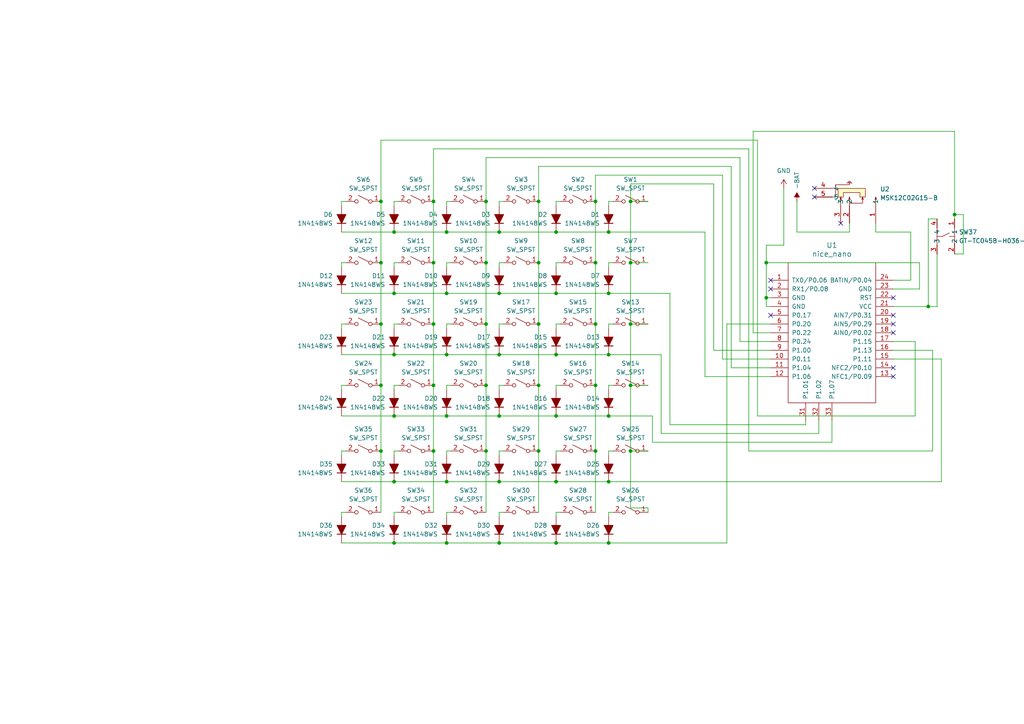
<source format=kicad_sch>
(kicad_sch (version 20250114) (generator "eeschema") (generator_version "9.0")
  (paper "A4")
  (lib_symbols
    (symbol "Nice!Nano:nice_nano" (pin_names (offset 1.016))
      (property "Reference" "U" (at 0 0 0))
      (property "Value" "nice_nano" (at 0 2.54 0))
      (symbol "nice_nano_1_1"
        (pin input line (at -17.78 13.97 0) (length 5.08) (name "TX0/P0.06") (number "1"))
        (pin input line (at -17.78 11.43 0) (length 5.08) (name "RX1/P0.08") (number "2"))
        (pin input line (at -17.78 8.89 0) (length 5.08) (name "GND") (number "3"))
        (pin input line (at -17.78 6.35 0) (length 5.08) (name "GND") (number "4"))
        (pin input line (at -17.78 3.81 0) (length 5.08) (name "P0.17") (number "5"))
        (pin input line (at -17.78 1.27 0) (length 5.08) (name "P0.20") (number "6"))
        (pin input line (at -17.78 -1.27 0) (length 5.08) (name "P0.22") (number "7"))
        (pin input line (at -17.78 -3.81 0) (length 5.08) (name "P0.24") (number "8"))
        (pin input line (at -17.78 -6.35 0) (length 5.08) (name "P1.00") (number "9"))
        (pin input line (at -17.78 -8.89 0) (length 5.08) (name "P0.11") (number "10"))
        (pin input line (at -17.78 -11.43 0) (length 5.08) (name "P1.04") (number "11"))
        (pin input line (at -17.78 -13.97 0) (length 5.08) (name "P1.06") (number "12"))
        (pin input line (at -7.62 -26.67 90) (length 5.08) (name "P1.01") (number "31"))
        (pin input line (at -3.81 -26.67 90) (length 5.08) (name "P1.02") (number "32"))
        (pin input line (at 0 -26.67 90) (length 5.08) (name "P1.07") (number "33"))
        (pin input line (at 17.78 13.97 180) (length 5.08) (name "BATIN/P0.04") (number "24"))
        (pin input line (at 17.78 11.43 180) (length 5.08) (name "GND") (number "23"))
        (pin input line (at 17.78 8.89 180) (length 5.08) (name "RST") (number "22"))
        (pin input line (at 17.78 6.35 180) (length 5.08) (name "VCC") (number "21"))
        (pin input line (at 17.78 3.81 180) (length 5.08) (name "AIN7/P0.31") (number "20"))
        (pin input line (at 17.78 1.27 180) (length 5.08) (name "AIN5/P0.29") (number "19"))
        (pin input line (at 17.78 -1.27 180) (length 5.08) (name "AIN0/P0.02") (number "18"))
        (pin input line (at 17.78 -3.81 180) (length 5.08) (name "P1.15") (number "17"))
        (pin input line (at 17.78 -6.35 180) (length 5.08) (name "P1.13") (number "16"))
        (pin input line (at 17.78 -8.89 180) (length 5.08) (name "P1.11") (number "15"))
        (pin input line (at 17.78 -11.43 180) (length 5.08) (name "NFC2/P0.10") (number "14"))
        (pin input line (at 17.78 -13.97 180) (length 5.08) (name "NFC1/P0.09") (number "13"))
      )
    )
    (symbol "PCM_Diode_AKL:1N4148WS" (pin_numbers (hide yes)) (pin_names (offset 1.016) (hide yes))
      (property "Reference" "D" (at 0 5.08 0))
      (property "Value" "1N4148WS" (at 0 2.54 0))
      (symbol "1N4148WS_1_1"
        (pin passive line (at -3.81 0 0) (length 2.54) (name "A") (number "2"))
        (pin passive line (at 3.81 0 180) (length 2.54) (name "K") (number "1"))
      )
      (symbol "1N4148WS_1_2"
        (pin passive line (at -2.54 -2.54 0) (length 0) (name "A") (number "2"))
        (pin passive line (at 2.54 2.54 180) (length 0) (name "K") (number "1"))
      )
    )
    (symbol "Switch:SW_SPST" (pin_names (offset 0) (hide yes))
      (property "Reference" "SW" (at 0 3.175 0))
      (property "Value" "SW_SPST" (at 0 -2.54 0))
      (symbol "SW_SPST_1_1"
        (pin passive line (at -5.08 0 0) (length 2.54) (name "A") (number "1"))
        (pin passive line (at 5.08 0 180) (length 2.54) (name "B") (number "2"))
      )
    )
    (symbol "easyeda2kicad:GT-TC045B-H036-L1A"
      (property "Reference" "SW" (at 0 7.62 0))
      (property "Value" "GT-TC045B-H036-L1A" (at 0 -7.62 0))
      (symbol "GT-TC045B-H036-L1A_0_1"
        (pin unspecified line (at -5.08 2.54 0) (length 2.54) (name "1") (number "1"))
        (pin unspecified line (at -5.08 -2.54 0) (length 2.54) (name "4") (number "4"))
        (pin unspecified line (at 5.08 2.54 180) (length 2.54) (name "2") (number "2"))
        (pin unspecified line (at 5.08 -2.54 180) (length 2.54) (name "3") (number "3"))
      )
    )
    (symbol "easyeda2kicad:MSK12C02G15-B"
      (property "Reference" "U" (at 0 10.16 0))
      (property "Value" "MSK12C02G15-B" (at 0 -10.16 0))
      (symbol "MSK12C02G15-B_0_1"
        (pin unspecified line (at -7.62 5.08 270) (length 5.08) (name "1") (number "1"))
        (pin unspecified line (at 0 5.08 270) (length 5.08) (name "2") (number "2"))
        (pin unspecified line (at 2.54 5.08 270) (length 5.08) (name "3") (number "3"))
        (pin unspecified line (at 10.16 -2.54 180) (length 5.08) (name "5") (number "5"))
        (pin unspecified line (at 10.16 -5.08 180) (length 5.08) (name "4") (number "4"))
      )
    )
    (symbol "power:+BATT" (power) (pin_numbers (hide yes)) (pin_names (offset 0) (hide yes))
      (property "Value" "+BATT" (at 0 3.556 0))
      (symbol "+BATT_1_1"
        (pin power_in line (at 0 0 90) (length 0) (name "~") (number "1"))
      )
    )
    (symbol "power:-BATT" (power) (pin_numbers (hide yes)) (pin_names (offset 0) (hide yes))
      (property "Value" "-BATT" (at 0 3.556 0))
      (symbol "-BATT_1_1"
        (pin power_in line (at 0 0 90) (length 0) (name "~") (number "1"))
      )
    )
  )
  (junction (at 269.24 88.9))
  (junction (at 125.73 76.2))
  (junction (at 172.72 130.81))
  (junction (at 129.54 67.31))
  (junction (at 114.3 67.31))
  (junction (at 110.49 76.2))
  (junction (at 182.88 76.2))
  (junction (at 144.78 157.48))
  (junction (at 140.97 130.81))
  (junction (at 129.54 120.65))
  (junction (at 172.72 76.2))
  (junction (at 276.86 62.23))
  (junction (at 110.49 130.81))
  (junction (at 161.29 102.87))
  (junction (at 176.53 139.7))
  (junction (at 172.72 111.76))
  (junction (at 114.3 85.09))
  (junction (at 144.78 67.31))
  (junction (at 182.88 93.98))
  (junction (at 110.49 58.42))
  (junction (at 140.97 111.76))
  (junction (at 125.73 111.76))
  (junction (at 125.73 130.81))
  (junction (at 161.29 157.48))
  (junction (at 110.49 93.98))
  (junction (at 172.72 58.42))
  (junction (at 125.73 58.42))
  (junction (at 161.29 85.09))
  (junction (at 144.78 85.09))
  (junction (at 182.88 58.42))
  (junction (at 114.3 139.7))
  (junction (at 129.54 102.87))
  (junction (at 110.49 111.76))
  (junction (at 176.53 67.31))
  (junction (at 161.29 67.31))
  (junction (at 140.97 76.2))
  (junction (at 144.78 120.65))
  (junction (at 129.54 139.7))
  (junction (at 129.54 85.09))
  (junction (at 156.21 76.2))
  (junction (at 114.3 120.65))
  (junction (at 176.53 157.48))
  (junction (at 182.88 130.81))
  (junction (at 140.97 58.42))
  (junction (at 222.25 86.36))
  (junction (at 156.21 58.42))
  (junction (at 176.53 120.65))
  (junction (at 161.29 120.65))
  (junction (at 176.53 85.09))
  (junction (at 144.78 139.7))
  (junction (at 161.29 139.7))
  (junction (at 156.21 93.98))
  (junction (at 129.54 157.48))
  (junction (at 222.25 76.2))
  (junction (at 182.88 111.76))
  (junction (at 125.73 93.98))
  (junction (at 156.21 111.76))
  (junction (at 114.3 157.48))
  (junction (at 156.21 130.81))
  (junction (at 176.53 102.87))
  (junction (at 172.72 93.98))
  (junction (at 144.78 102.87))
  (junction (at 140.97 93.98))
  (junction (at 114.3 102.87))
  (no_connect (at 236.22 57.15))
  (no_connect (at 259.08 106.68))
  (no_connect (at 259.08 91.44))
  (no_connect (at 223.52 83.82))
  (no_connect (at 259.08 86.36))
  (no_connect (at 259.08 93.98))
  (no_connect (at 223.52 81.28))
  (no_connect (at 259.08 109.22))
  (no_connect (at 223.52 91.44))
  (no_connect (at 259.08 96.52))
  (no_connect (at 243.84 64.77))
  (no_connect (at 236.22 54.61))
  (wire (pts (xy 144.78 67.31) (xy 129.54 67.31)))
  (wire (pts (xy 176.53 139.7) (xy 273.05 139.7)))
  (wire (pts (xy 146.05 111.76) (xy 144.78 111.76)))
  (wire (pts (xy 161.29 130.81) (xy 161.29 132.08)))
  (wire (pts (xy 187.96 147.32) (xy 182.88 147.32)))
  (wire (pts (xy 177.8 93.98) (xy 176.53 93.98)))
  (wire (pts (xy 276.86 73.66) (xy 279.4 73.66)))
  (wire (pts (xy 100.33 58.42) (xy 99.06 58.42)))
  (wire (pts (xy 246.38 67.31) (xy 246.38 64.77)))
  (wire (pts (xy 129.54 85.09) (xy 114.3 85.09)))
  (wire (pts (xy 176.53 157.48) (xy 210.82 157.48)))
  (wire (pts (xy 189.23 120.65) (xy 176.53 120.65)))
  (wire (pts (xy 115.57 148.59) (xy 114.3 148.59)))
  (wire (pts (xy 129.54 139.7) (xy 114.3 139.7)))
  (wire (pts (xy 115.57 93.98) (xy 114.3 93.98)))
  (wire (pts (xy 210.82 157.48) (xy 210.82 93.98)))
  (wire (pts (xy 241.3 128.27) (xy 241.3 121.92)))
  (wire (pts (xy 214.63 99.06) (xy 223.52 99.06)))
  (wire (pts (xy 222.25 86.36) (xy 222.25 88.9)))
  (wire (pts (xy 115.57 76.2) (xy 114.3 76.2)))
  (wire (pts (xy 172.72 50.8) (xy 172.72 58.42)))
  (wire (pts (xy 189.23 128.27) (xy 241.3 128.27)))
  (wire (pts (xy 177.8 148.59) (xy 176.53 148.59)))
  (wire (pts (xy 176.53 102.87) (xy 191.77 102.87)))
  (wire (pts (xy 156.21 58.42) (xy 156.21 76.2)))
  (wire (pts (xy 129.54 67.31) (xy 114.3 67.31)))
  (wire (pts (xy 176.53 85.09) (xy 161.29 85.09)))
  (wire (pts (xy 100.33 148.59) (xy 99.06 148.59)))
  (wire (pts (xy 125.73 43.18) (xy 125.73 58.42)))
  (wire (pts (xy 265.43 99.06) (xy 265.43 120.65)))
  (wire (pts (xy 110.49 111.76) (xy 110.49 130.81)))
  (wire (pts (xy 156.21 111.76) (xy 156.21 130.81)))
  (wire (pts (xy 146.05 93.98) (xy 144.78 93.98)))
  (wire (pts (xy 222.25 86.36) (xy 223.52 86.36)))
  (wire (pts (xy 99.06 58.42) (xy 99.06 59.69)))
  (wire (pts (xy 212.09 106.68) (xy 223.52 106.68)))
  (wire (pts (xy 161.29 76.2) (xy 161.29 77.47)))
  (wire (pts (xy 172.72 50.8) (xy 209.55 50.8)))
  (wire (pts (xy 144.78 148.59) (xy 144.78 149.86)))
  (wire (pts (xy 114.3 67.31) (xy 99.06 67.31)))
  (wire (pts (xy 218.44 96.52) (xy 223.52 96.52)))
  (wire (pts (xy 156.21 93.98) (xy 156.21 111.76)))
  (wire (pts (xy 161.29 111.76) (xy 161.29 113.03)))
  (wire (pts (xy 144.78 102.87) (xy 129.54 102.87)))
  (wire (pts (xy 161.29 139.7) (xy 144.78 139.7)))
  (wire (pts (xy 156.21 48.26) (xy 212.09 48.26)))
  (wire (pts (xy 219.71 120.65) (xy 265.43 120.65)))
  (wire (pts (xy 99.06 130.81) (xy 99.06 132.08)))
  (wire (pts (xy 271.78 88.9) (xy 271.78 73.66)))
  (wire (pts (xy 219.71 40.64) (xy 219.71 120.65)))
  (wire (pts (xy 176.53 58.42) (xy 176.53 59.69)))
  (wire (pts (xy 222.25 71.12) (xy 222.25 76.2)))
  (wire (pts (xy 144.78 157.48) (xy 129.54 157.48)))
  (wire (pts (xy 182.88 58.42) (xy 182.88 76.2)))
  (wire (pts (xy 264.16 81.28) (xy 259.08 81.28)))
  (wire (pts (xy 265.43 99.06) (xy 259.08 99.06)))
  (wire (pts (xy 161.29 58.42) (xy 161.29 59.69)))
  (wire (pts (xy 125.73 43.18) (xy 217.17 43.18)))
  (wire (pts (xy 217.17 130.81) (xy 270.51 130.81)))
  (wire (pts (xy 146.05 130.81) (xy 144.78 130.81)))
  (wire (pts (xy 161.29 157.48) (xy 144.78 157.48)))
  (wire (pts (xy 114.3 102.87) (xy 99.06 102.87)))
  (wire (pts (xy 187.96 147.32) (xy 187.96 148.59)))
  (wire (pts (xy 129.54 148.59) (xy 129.54 149.86)))
  (wire (pts (xy 176.53 120.65) (xy 161.29 120.65)))
  (wire (pts (xy 140.97 130.81) (xy 140.97 148.59)))
  (wire (pts (xy 125.73 76.2) (xy 125.73 93.98)))
  (wire (pts (xy 227.33 71.12) (xy 222.25 71.12)))
  (wire (pts (xy 100.33 93.98) (xy 99.06 93.98)))
  (wire (pts (xy 187.96 76.2) (xy 182.88 76.2)))
  (wire (pts (xy 114.3 111.76) (xy 114.3 113.03)))
  (wire (pts (xy 146.05 76.2) (xy 144.78 76.2)))
  (wire (pts (xy 273.05 139.7) (xy 273.05 104.14)))
  (wire (pts (xy 207.01 53.34) (xy 207.01 101.6)))
  (wire (pts (xy 176.53 130.81) (xy 176.53 132.08)))
  (wire (pts (xy 144.78 93.98) (xy 144.78 95.25)))
  (wire (pts (xy 130.81 130.81) (xy 129.54 130.81)))
  (wire (pts (xy 231.14 67.31) (xy 246.38 67.31)))
  (wire (pts (xy 212.09 48.26) (xy 212.09 106.68)))
  (wire (pts (xy 140.97 76.2) (xy 140.97 93.98)))
  (wire (pts (xy 130.81 76.2) (xy 129.54 76.2)))
  (wire (pts (xy 264.16 67.31) (xy 254 67.31)))
  (wire (pts (xy 177.8 76.2) (xy 176.53 76.2)))
  (wire (pts (xy 182.88 111.76) (xy 182.88 130.81)))
  (wire (pts (xy 182.88 76.2) (xy 182.88 93.98)))
  (wire (pts (xy 130.81 58.42) (xy 129.54 58.42)))
  (wire (pts (xy 204.47 109.22) (xy 223.52 109.22)))
  (wire (pts (xy 161.29 120.65) (xy 144.78 120.65)))
  (wire (pts (xy 182.88 53.34) (xy 207.01 53.34)))
  (wire (pts (xy 176.53 102.87) (xy 161.29 102.87)))
  (wire (pts (xy 176.53 67.31) (xy 161.29 67.31)))
  (wire (pts (xy 99.06 93.98) (xy 99.06 95.25)))
  (wire (pts (xy 156.21 130.81) (xy 156.21 148.59)))
  (wire (pts (xy 110.49 40.64) (xy 219.71 40.64)))
  (wire (pts (xy 129.54 76.2) (xy 129.54 77.47)))
  (wire (pts (xy 172.72 93.98) (xy 172.72 111.76)))
  (wire (pts (xy 276.86 63.5) (xy 276.86 62.23)))
  (wire (pts (xy 269.24 88.9) (xy 271.78 88.9)))
  (wire (pts (xy 100.33 76.2) (xy 99.06 76.2)))
  (wire (pts (xy 144.78 120.65) (xy 129.54 120.65)))
  (wire (pts (xy 114.3 139.7) (xy 99.06 139.7)))
  (wire (pts (xy 269.24 63.5) (xy 269.24 88.9)))
  (wire (pts (xy 114.3 120.65) (xy 99.06 120.65)))
  (wire (pts (xy 140.97 93.98) (xy 140.97 111.76)))
  (wire (pts (xy 129.54 157.48) (xy 114.3 157.48)))
  (wire (pts (xy 115.57 58.42) (xy 114.3 58.42)))
  (wire (pts (xy 110.49 76.2) (xy 110.49 93.98)))
  (wire (pts (xy 161.29 102.87) (xy 144.78 102.87)))
  (wire (pts (xy 114.3 148.59) (xy 114.3 149.86)))
  (wire (pts (xy 129.54 58.42) (xy 129.54 59.69)))
  (wire (pts (xy 210.82 93.98) (xy 223.52 93.98)))
  (wire (pts (xy 177.8 130.81) (xy 176.53 130.81)))
  (wire (pts (xy 156.21 48.26) (xy 156.21 58.42)))
  (wire (pts (xy 114.3 130.81) (xy 114.3 132.08)))
  (wire (pts (xy 214.63 45.72) (xy 214.63 99.06)))
  (wire (pts (xy 176.53 67.31) (xy 204.47 67.31)))
  (wire (pts (xy 156.21 76.2) (xy 156.21 93.98)))
  (wire (pts (xy 279.4 73.66) (xy 279.4 62.23)))
  (wire (pts (xy 187.96 93.98) (xy 182.88 93.98)))
  (wire (pts (xy 177.8 58.42) (xy 176.53 58.42)))
  (wire (pts (xy 162.56 148.59) (xy 161.29 148.59)))
  (wire (pts (xy 187.96 130.81) (xy 182.88 130.81)))
  (wire (pts (xy 271.78 63.5) (xy 269.24 63.5)))
  (wire (pts (xy 237.49 125.73) (xy 237.49 121.92)))
  (wire (pts (xy 264.16 67.31) (xy 264.16 81.28)))
  (wire (pts (xy 146.05 148.59) (xy 144.78 148.59)))
  (wire (pts (xy 207.01 101.6) (xy 223.52 101.6)))
  (wire (pts (xy 162.56 93.98) (xy 161.29 93.98)))
  (wire (pts (xy 110.49 58.42) (xy 110.49 76.2)))
  (wire (pts (xy 100.33 130.81) (xy 99.06 130.81)))
  (wire (pts (xy 144.78 58.42) (xy 144.78 59.69)))
  (wire (pts (xy 182.88 53.34) (xy 182.88 58.42)))
  (wire (pts (xy 182.88 147.32) (xy 182.88 130.81)))
  (wire (pts (xy 231.14 58.42) (xy 231.14 67.31)))
  (wire (pts (xy 162.56 111.76) (xy 161.29 111.76)))
  (wire (pts (xy 222.25 88.9) (xy 223.52 88.9)))
  (wire (pts (xy 115.57 111.76) (xy 114.3 111.76)))
  (wire (pts (xy 140.97 45.72) (xy 140.97 58.42)))
  (wire (pts (xy 99.06 76.2) (xy 99.06 77.47)))
  (wire (pts (xy 182.88 93.98) (xy 182.88 111.76)))
  (wire (pts (xy 125.73 130.81) (xy 125.73 148.59)))
  (wire (pts (xy 172.72 76.2) (xy 172.72 93.98)))
  (wire (pts (xy 161.29 93.98) (xy 161.29 95.25)))
  (wire (pts (xy 233.68 123.19) (xy 233.68 121.92)))
  (wire (pts (xy 110.49 40.64) (xy 110.49 58.42)))
  (wire (pts (xy 259.08 88.9) (xy 269.24 88.9)))
  (wire (pts (xy 270.51 101.6) (xy 259.08 101.6)))
  (wire (pts (xy 161.29 67.31) (xy 144.78 67.31)))
  (wire (pts (xy 140.97 111.76) (xy 140.97 130.81)))
  (wire (pts (xy 125.73 58.42) (xy 125.73 76.2)))
  (wire (pts (xy 140.97 58.42) (xy 140.97 76.2)))
  (wire (pts (xy 110.49 93.98) (xy 110.49 111.76)))
  (wire (pts (xy 176.53 139.7) (xy 161.29 139.7)))
  (wire (pts (xy 162.56 130.81) (xy 161.29 130.81)))
  (wire (pts (xy 177.8 111.76) (xy 176.53 111.76)))
  (wire (pts (xy 227.33 54.61) (xy 227.33 71.12)))
  (wire (pts (xy 99.06 111.76) (xy 99.06 113.03)))
  (wire (pts (xy 191.77 125.73) (xy 237.49 125.73)))
  (wire (pts (xy 115.57 130.81) (xy 114.3 130.81)))
  (wire (pts (xy 172.72 58.42) (xy 172.72 76.2)))
  (wire (pts (xy 114.3 76.2) (xy 114.3 77.47)))
  (wire (pts (xy 144.78 76.2) (xy 144.78 77.47)))
  (wire (pts (xy 161.29 148.59) (xy 161.29 149.86)))
  (wire (pts (xy 218.44 38.1) (xy 218.44 96.52)))
  (wire (pts (xy 176.53 148.59) (xy 176.53 149.86)))
  (wire (pts (xy 130.81 111.76) (xy 129.54 111.76)))
  (wire (pts (xy 144.78 139.7) (xy 129.54 139.7)))
  (wire (pts (xy 176.53 157.48) (xy 161.29 157.48)))
  (wire (pts (xy 110.49 130.81) (xy 110.49 148.59)))
  (wire (pts (xy 172.72 111.76) (xy 172.72 130.81)))
  (wire (pts (xy 99.06 148.59) (xy 99.06 149.86)))
  (wire (pts (xy 276.86 38.1) (xy 218.44 38.1)))
  (wire (pts (xy 129.54 111.76) (xy 129.54 113.03)))
  (wire (pts (xy 162.56 76.2) (xy 161.29 76.2)))
  (wire (pts (xy 144.78 85.09) (xy 129.54 85.09)))
  (wire (pts (xy 129.54 102.87) (xy 114.3 102.87)))
  (wire (pts (xy 129.54 93.98) (xy 129.54 95.25)))
  (wire (pts (xy 140.97 45.72) (xy 214.63 45.72)))
  (wire (pts (xy 114.3 58.42) (xy 114.3 59.69)))
  (wire (pts (xy 176.53 93.98) (xy 176.53 95.25)))
  (wire (pts (xy 222.25 76.2) (xy 222.25 86.36)))
  (wire (pts (xy 130.81 148.59) (xy 129.54 148.59)))
  (wire (pts (xy 187.96 58.42) (xy 182.88 58.42)))
  (wire (pts (xy 189.23 120.65) (xy 189.23 128.27)))
  (wire (pts (xy 270.51 130.81) (xy 270.51 101.6)))
  (wire (pts (xy 194.31 85.09) (xy 194.31 123.19)))
  (wire (pts (xy 129.54 130.81) (xy 129.54 132.08)))
  (wire (pts (xy 176.53 111.76) (xy 176.53 113.03)))
  (wire (pts (xy 161.29 85.09) (xy 144.78 85.09)))
  (wire (pts (xy 254 67.31) (xy 254 64.77)))
  (wire (pts (xy 266.7 76.2) (xy 222.25 76.2)))
  (wire (pts (xy 276.86 62.23) (xy 276.86 38.1)))
  (wire (pts (xy 191.77 102.87) (xy 191.77 125.73)))
  (wire (pts (xy 144.78 130.81) (xy 144.78 132.08)))
  (wire (pts (xy 146.05 58.42) (xy 144.78 58.42)))
  (wire (pts (xy 194.31 123.19) (xy 233.68 123.19)))
  (wire (pts (xy 130.81 93.98) (xy 129.54 93.98)))
  (wire (pts (xy 259.08 83.82) (xy 266.7 83.82)))
  (wire (pts (xy 114.3 93.98) (xy 114.3 95.25)))
  (wire (pts (xy 129.54 120.65) (xy 114.3 120.65)))
  (wire (pts (xy 209.55 104.14) (xy 223.52 104.14)))
  (wire (pts (xy 187.96 111.76) (xy 182.88 111.76)))
  (wire (pts (xy 162.56 58.42) (xy 161.29 58.42)))
  (wire (pts (xy 172.72 130.81) (xy 172.72 148.59)))
  (wire (pts (xy 217.17 43.18) (xy 217.17 130.81)))
  (wire (pts (xy 266.7 83.82) (xy 266.7 76.2)))
  (wire (pts (xy 100.33 111.76) (xy 99.06 111.76)))
  (wire (pts (xy 209.55 50.8) (xy 209.55 104.14)))
  (wire (pts (xy 204.47 67.31) (xy 204.47 109.22)))
  (wire (pts (xy 273.05 104.14) (xy 259.08 104.14)))
  (wire (pts (xy 114.3 85.09) (xy 99.06 85.09)))
  (wire (pts (xy 125.73 111.76) (xy 125.73 130.81)))
  (wire (pts (xy 176.53 85.09) (xy 194.31 85.09)))
  (wire (pts (xy 125.73 93.98) (xy 125.73 111.76)))
  (wire (pts (xy 114.3 157.48) (xy 99.06 157.48)))
  (wire (pts (xy 176.53 76.2) (xy 176.53 77.47)))
  (wire (pts (xy 279.4 62.23) (xy 276.86 62.23)))
  (wire (pts (xy 144.78 111.76) (xy 144.78 113.03)))
  (symbol (lib_id "power:+BATT") (at 227.33 54.61 0) (unit 1)
    (property "Reference" "#PWR01" (effects (hide yes)))
    (property "Value" "GND" (at 227.33 49.53 0))
    (property "Description" "Power symbol creates a global label with name \"+BATT\"" (effects (hide yes)))
  )
  (symbol (lib_id "Switch:SW_SPST") (at 105.41 148.59 0) (mirror y) (unit 1)
    (property "Reference" "SW36" (at 105.41 142.24 0))
    (property "Value" "SW_SPST" (at 105.41 144.78 0))
    (property "Footprint" "PCM_Switch_Keyboard_Hotswap_Kailh:SW_Hotswap_Kailh_Choc_V1V2" (effects (hide yes)))
    (property "Description" "Single Pole Single Throw (SPST) switch" (effects (hide yes)))
  )
  (symbol (lib_id "PCM_Diode_AKL:1N4148WS") (at 114.3 81.28 90) (mirror x) (unit 1)
    (property "Reference" "D11" (at 111.76 80.0099 90) (effects (justify left)))
    (property "Value" "1N4148WS" (at 111.76 82.5499 90) (effects (justify left)))
    (property "Footprint" "PCM_Diode_SMD_AKL:D_SOD-323" (effects (hide yes)))
    (property "Datasheet" "https://datasheet.octopart.com/1N4148WS-13-F-Diodes-Inc.-datasheet-11839050.pdf" (effects (hide yes)))
    (property "Description" "SOD-323 Diode, Small Signal, Fast Switching, 75V, 150mA, 4ns, Alternate KiCad Library" (effects (hide yes)))
  )
  (symbol (lib_id "Switch:SW_SPST") (at 105.41 58.42 0) (mirror y) (unit 1)
    (property "Reference" "SW6" (at 105.41 52.07 0))
    (property "Value" "SW_SPST" (at 105.41 54.61 0))
    (property "Footprint" "PCM_Switch_Keyboard_Hotswap_Kailh:SW_Hotswap_Kailh_Choc_V1V2" (effects (hide yes)))
    (property "Description" "Single Pole Single Throw (SPST) switch" (effects (hide yes)))
  )
  (symbol (lib_id "Switch:SW_SPST") (at 151.13 58.42 0) (mirror y) (unit 1)
    (property "Reference" "SW3" (at 151.13 52.07 0))
    (property "Value" "SW_SPST" (at 151.13 54.61 0))
    (property "Footprint" "PCM_Switch_Keyboard_Hotswap_Kailh:SW_Hotswap_Kailh_Choc_V1V2" (effects (hide yes)))
    (property "Description" "Single Pole Single Throw (SPST) switch" (effects (hide yes)))
  )
  (symbol (lib_id "easyeda2kicad:GT-TC045B-H036-L1A") (at 274.32 68.58 270) (unit 1)
    (property "Reference" "SW37" (at 278.13 67.3099 90) (effects (justify left)))
    (property "Value" "GT-TC045B-H036-L1A" (at 278.13 69.8499 90) (effects (justify left)))
    (property "Footprint" "easyeda2kicad:SW-SMD_4P-L3.5-W3.0-P1.6-LS4.6_K2-1821SH-A4SW-06" (effects (hide yes)))
    (property "Datasheet" "https://lcsc.com/product-detail/Tactile-Switches_G-Switch-GT-TC045B-H036-L1A_C778148.html" (effects (hide yes)))
    (property "LCSC Part" "C778148" (effects (hide yes)))
  )
  (symbol (lib_id "PCM_Diode_AKL:1N4148WS") (at 129.54 153.67 90) (mirror x) (unit 1)
    (property "Reference" "D32" (at 127 152.3999 90) (effects (justify left)))
    (property "Value" "1N4148WS" (at 127 154.9399 90) (effects (justify left)))
    (property "Footprint" "PCM_Diode_SMD_AKL:D_SOD-323" (effects (hide yes)))
    (property "Datasheet" "https://datasheet.octopart.com/1N4148WS-13-F-Diodes-Inc.-datasheet-11839050.pdf" (effects (hide yes)))
    (property "Description" "SOD-323 Diode, Small Signal, Fast Switching, 75V, 150mA, 4ns, Alternate KiCad Library" (effects (hide yes)))
  )
  (symbol (lib_id "Switch:SW_SPST") (at 182.88 111.76 0) (mirror y) (unit 1)
    (property "Reference" "SW14" (at 182.88 105.41 0))
    (property "Value" "SW_SPST" (at 182.88 107.95 0))
    (property "Footprint" "PCM_Switch_Keyboard_Hotswap_Kailh:SW_Hotswap_Kailh_Choc_V1V2" (effects (hide yes)))
    (property "Description" "Single Pole Single Throw (SPST) switch" (effects (hide yes)))
  )
  (symbol (lib_id "Switch:SW_SPST") (at 135.89 111.76 0) (mirror y) (unit 1)
    (property "Reference" "SW20" (at 135.89 105.41 0))
    (property "Value" "SW_SPST" (at 135.89 107.95 0))
    (property "Footprint" "PCM_Switch_Keyboard_Hotswap_Kailh:SW_Hotswap_Kailh_Choc_V1V2" (effects (hide yes)))
    (property "Description" "Single Pole Single Throw (SPST) switch" (effects (hide yes)))
  )
  (symbol (lib_id "PCM_Diode_AKL:1N4148WS") (at 99.06 99.06 90) (mirror x) (unit 1)
    (property "Reference" "D23" (at 96.52 97.7899 90) (effects (justify left)))
    (property "Value" "1N4148WS" (at 96.52 100.3299 90) (effects (justify left)))
    (property "Footprint" "PCM_Diode_SMD_AKL:D_SOD-323" (effects (hide yes)))
    (property "Datasheet" "https://datasheet.octopart.com/1N4148WS-13-F-Diodes-Inc.-datasheet-11839050.pdf" (effects (hide yes)))
    (property "Description" "SOD-323 Diode, Small Signal, Fast Switching, 75V, 150mA, 4ns, Alternate KiCad Library" (effects (hide yes)))
  )
  (symbol (lib_id "PCM_Diode_AKL:1N4148WS") (at 129.54 135.89 90) (mirror x) (unit 1)
    (property "Reference" "D31" (at 127 134.6199 90) (effects (justify left)))
    (property "Value" "1N4148WS" (at 127 137.1599 90) (effects (justify left)))
    (property "Footprint" "PCM_Diode_SMD_AKL:D_SOD-323" (effects (hide yes)))
    (property "Datasheet" "https://datasheet.octopart.com/1N4148WS-13-F-Diodes-Inc.-datasheet-11839050.pdf" (effects (hide yes)))
    (property "Description" "SOD-323 Diode, Small Signal, Fast Switching, 75V, 150mA, 4ns, Alternate KiCad Library" (effects (hide yes)))
  )
  (symbol (lib_id "PCM_Diode_AKL:1N4148WS") (at 176.53 81.28 90) (mirror x) (unit 1)
    (property "Reference" "D7" (at 173.99 80.0099 90) (effects (justify left)))
    (property "Value" "1N4148WS" (at 173.99 82.5499 90) (effects (justify left)))
    (property "Footprint" "PCM_Diode_SMD_AKL:D_SOD-323" (effects (hide yes)))
    (property "Datasheet" "https://datasheet.octopart.com/1N4148WS-13-F-Diodes-Inc.-datasheet-11839050.pdf" (effects (hide yes)))
    (property "Description" "SOD-323 Diode, Small Signal, Fast Switching, 75V, 150mA, 4ns, Alternate KiCad Library" (effects (hide yes)))
  )
  (symbol (lib_id "PCM_Diode_AKL:1N4148WS") (at 129.54 81.28 90) (mirror x) (unit 1)
    (property "Reference" "D10" (at 127 80.0099 90) (effects (justify left)))
    (property "Value" "1N4148WS" (at 127 82.5499 90) (effects (justify left)))
    (property "Footprint" "PCM_Diode_SMD_AKL:D_SOD-323" (effects (hide yes)))
    (property "Datasheet" "https://datasheet.octopart.com/1N4148WS-13-F-Diodes-Inc.-datasheet-11839050.pdf" (effects (hide yes)))
    (property "Description" "SOD-323 Diode, Small Signal, Fast Switching, 75V, 150mA, 4ns, Alternate KiCad Library" (effects (hide yes)))
  )
  (symbol (lib_id "Switch:SW_SPST") (at 105.41 93.98 0) (mirror y) (unit 1)
    (property "Reference" "SW23" (at 105.41 87.63 0))
    (property "Value" "SW_SPST" (at 105.41 90.17 0))
    (property "Footprint" "PCM_Switch_Keyboard_Hotswap_Kailh:SW_Hotswap_Kailh_Choc_V1V2" (effects (hide yes)))
    (property "Description" "Single Pole Single Throw (SPST) switch" (effects (hide yes)))
  )
  (symbol (lib_id "Switch:SW_SPST") (at 167.64 148.59 0) (mirror y) (unit 1)
    (property "Reference" "SW28" (at 167.64 142.24 0))
    (property "Value" "SW_SPST" (at 167.64 144.78 0))
    (property "Footprint" "PCM_Switch_Keyboard_Hotswap_Kailh:SW_Hotswap_Kailh_Choc_V1V2" (effects (hide yes)))
    (property "Description" "Single Pole Single Throw (SPST) switch" (effects (hide yes)))
  )
  (symbol (lib_id "Switch:SW_SPST") (at 167.64 76.2 0) (mirror y) (unit 1)
    (property "Reference" "SW8" (at 167.64 69.85 0))
    (property "Value" "SW_SPST" (at 167.64 72.39 0))
    (property "Footprint" "PCM_Switch_Keyboard_Hotswap_Kailh:SW_Hotswap_Kailh_Choc_V1V2" (effects (hide yes)))
    (property "Description" "Single Pole Single Throw (SPST) switch" (effects (hide yes)))
  )
  (symbol (lib_id "Switch:SW_SPST") (at 167.64 58.42 0) (mirror y) (unit 1)
    (property "Reference" "SW2" (at 167.64 52.07 0))
    (property "Value" "SW_SPST" (at 167.64 54.61 0))
    (property "Footprint" "PCM_Switch_Keyboard_Hotswap_Kailh:SW_Hotswap_Kailh_Choc_V1V2" (effects (hide yes)))
    (property "Description" "Single Pole Single Throw (SPST) switch" (effects (hide yes)))
  )
  (symbol (lib_id "PCM_Diode_AKL:1N4148WS") (at 144.78 63.5 90) (mirror x) (unit 1)
    (property "Reference" "D3" (at 142.24 62.2299 90) (effects (justify left)))
    (property "Value" "1N4148WS" (at 142.24 64.7699 90) (effects (justify left)))
    (property "Footprint" "PCM_Diode_SMD_AKL:D_SOD-323" (effects (hide yes)))
    (property "Datasheet" "https://datasheet.octopart.com/1N4148WS-13-F-Diodes-Inc.-datasheet-11839050.pdf" (effects (hide yes)))
    (property "Description" "SOD-323 Diode, Small Signal, Fast Switching, 75V, 150mA, 4ns, Alternate KiCad Library" (effects (hide yes)))
  )
  (symbol (lib_id "PCM_Diode_AKL:1N4148WS") (at 129.54 63.5 90) (mirror x) (unit 1)
    (property "Reference" "D4" (at 127 62.2299 90) (effects (justify left)))
    (property "Value" "1N4148WS" (at 127 64.7699 90) (effects (justify left)))
    (property "Footprint" "PCM_Diode_SMD_AKL:D_SOD-323" (effects (hide yes)))
    (property "Datasheet" "https://datasheet.octopart.com/1N4148WS-13-F-Diodes-Inc.-datasheet-11839050.pdf" (effects (hide yes)))
    (property "Description" "SOD-323 Diode, Small Signal, Fast Switching, 75V, 150mA, 4ns, Alternate KiCad Library" (effects (hide yes)))
  )
  (symbol (lib_id "PCM_Diode_AKL:1N4148WS") (at 144.78 99.06 90) (mirror x) (unit 1)
    (property "Reference" "D17" (at 142.24 97.7899 90) (effects (justify left)))
    (property "Value" "1N4148WS" (at 142.24 100.3299 90) (effects (justify left)))
    (property "Footprint" "PCM_Diode_SMD_AKL:D_SOD-323" (effects (hide yes)))
    (property "Datasheet" "https://datasheet.octopart.com/1N4148WS-13-F-Diodes-Inc.-datasheet-11839050.pdf" (effects (hide yes)))
    (property "Description" "SOD-323 Diode, Small Signal, Fast Switching, 75V, 150mA, 4ns, Alternate KiCad Library" (effects (hide yes)))
  )
  (symbol (lib_id "Switch:SW_SPST") (at 105.41 130.81 0) (mirror y) (unit 1)
    (property "Reference" "SW35" (at 105.41 124.46 0))
    (property "Value" "SW_SPST" (at 105.41 127 0))
    (property "Footprint" "PCM_Switch_Keyboard_Hotswap_Kailh:SW_Hotswap_Kailh_Choc_V1V2" (effects (hide yes)))
    (property "Description" "Single Pole Single Throw (SPST) switch" (effects (hide yes)))
  )
  (symbol (lib_id "Switch:SW_SPST") (at 167.64 93.98 0) (mirror y) (unit 1)
    (property "Reference" "SW15" (at 167.64 87.63 0))
    (property "Value" "SW_SPST" (at 167.64 90.17 0))
    (property "Footprint" "PCM_Switch_Keyboard_Hotswap_Kailh:SW_Hotswap_Kailh_Choc_V1V2" (effects (hide yes)))
    (property "Description" "Single Pole Single Throw (SPST) switch" (effects (hide yes)))
  )
  (symbol (lib_id "PCM_Diode_AKL:1N4148WS") (at 114.3 116.84 90) (mirror x) (unit 1)
    (property "Reference" "D22" (at 111.76 115.5699 90) (effects (justify left)))
    (property "Value" "1N4148WS" (at 111.76 118.1099 90) (effects (justify left)))
    (property "Footprint" "PCM_Diode_SMD_AKL:D_SOD-323" (effects (hide yes)))
    (property "Datasheet" "https://datasheet.octopart.com/1N4148WS-13-F-Diodes-Inc.-datasheet-11839050.pdf" (effects (hide yes)))
    (property "Description" "SOD-323 Diode, Small Signal, Fast Switching, 75V, 150mA, 4ns, Alternate KiCad Library" (effects (hide yes)))
  )
  (symbol (lib_id "PCM_Diode_AKL:1N4148WS") (at 99.06 135.89 90) (mirror x) (unit 1)
    (property "Reference" "D35" (at 96.52 134.6199 90) (effects (justify left)))
    (property "Value" "1N4148WS" (at 96.52 137.1599 90) (effects (justify left)))
    (property "Footprint" "PCM_Diode_SMD_AKL:D_SOD-323" (effects (hide yes)))
    (property "Datasheet" "https://datasheet.octopart.com/1N4148WS-13-F-Diodes-Inc.-datasheet-11839050.pdf" (effects (hide yes)))
    (property "Description" "SOD-323 Diode, Small Signal, Fast Switching, 75V, 150mA, 4ns, Alternate KiCad Library" (effects (hide yes)))
  )
  (symbol (lib_id "power:-BATT") (at 231.14 58.42 0) (unit 1)
    (property "Reference" "#PWR02" (effects (hide yes)))
    (property "Value" "-BAT" (at 231.14 54.864 90) (effects (justify left)))
    (property "Description" "Power symbol creates a global label with name \"-BATT\"" (effects (hide yes)))
  )
  (symbol (lib_id "Switch:SW_SPST") (at 120.65 76.2 0) (mirror y) (unit 1)
    (property "Reference" "SW11" (at 120.65 69.85 0))
    (property "Value" "SW_SPST" (at 120.65 72.39 0))
    (property "Footprint" "PCM_Switch_Keyboard_Hotswap_Kailh:SW_Hotswap_Kailh_Choc_V1V2" (effects (hide yes)))
    (property "Description" "Single Pole Single Throw (SPST) switch" (effects (hide yes)))
  )
  (symbol (lib_id "PCM_Diode_AKL:1N4148WS") (at 161.29 135.89 90) (mirror x) (unit 1)
    (property "Reference" "D27" (at 158.75 134.6199 90) (effects (justify left)))
    (property "Value" "1N4148WS" (at 158.75 137.1599 90) (effects (justify left)))
    (property "Footprint" "PCM_Diode_SMD_AKL:D_SOD-323" (effects (hide yes)))
    (property "Datasheet" "https://datasheet.octopart.com/1N4148WS-13-F-Diodes-Inc.-datasheet-11839050.pdf" (effects (hide yes)))
    (property "Description" "SOD-323 Diode, Small Signal, Fast Switching, 75V, 150mA, 4ns, Alternate KiCad Library" (effects (hide yes)))
  )
  (symbol (lib_id "PCM_Diode_AKL:1N4148WS") (at 114.3 153.67 90) (mirror x) (unit 1)
    (property "Reference" "D34" (at 111.76 152.3999 90) (effects (justify left)))
    (property "Value" "1N4148WS" (at 111.76 154.9399 90) (effects (justify left)))
    (property "Footprint" "PCM_Diode_SMD_AKL:D_SOD-323" (effects (hide yes)))
    (property "Datasheet" "https://datasheet.octopart.com/1N4148WS-13-F-Diodes-Inc.-datasheet-11839050.pdf" (effects (hide yes)))
    (property "Description" "SOD-323 Diode, Small Signal, Fast Switching, 75V, 150mA, 4ns, Alternate KiCad Library" (effects (hide yes)))
  )
  (symbol (lib_id "Switch:SW_SPST") (at 135.89 148.59 0) (mirror y) (unit 1)
    (property "Reference" "SW32" (at 135.89 142.24 0))
    (property "Value" "SW_SPST" (at 135.89 144.78 0))
    (property "Footprint" "PCM_Switch_Keyboard_Hotswap_Kailh:SW_Hotswap_Kailh_Choc_V1V2" (effects (hide yes)))
    (property "Description" "Single Pole Single Throw (SPST) switch" (effects (hide yes)))
  )
  (symbol (lib_id "Switch:SW_SPST") (at 167.64 130.81 0) (mirror y) (unit 1)
    (property "Reference" "SW27" (at 167.64 124.46 0))
    (property "Value" "SW_SPST" (at 167.64 127 0))
    (property "Footprint" "PCM_Switch_Keyboard_Hotswap_Kailh:SW_Hotswap_Kailh_Choc_V1V2" (effects (hide yes)))
    (property "Description" "Single Pole Single Throw (SPST) switch" (effects (hide yes)))
  )
  (symbol (lib_id "Switch:SW_SPST") (at 135.89 93.98 0) (mirror y) (unit 1)
    (property "Reference" "SW19" (at 135.89 87.63 0))
    (property "Value" "SW_SPST" (at 135.89 90.17 0))
    (property "Footprint" "PCM_Switch_Keyboard_Hotswap_Kailh:SW_Hotswap_Kailh_Choc_V1V2" (effects (hide yes)))
    (property "Description" "Single Pole Single Throw (SPST) switch" (effects (hide yes)))
  )
  (symbol (lib_id "Switch:SW_SPST") (at 182.88 76.2 0) (mirror y) (unit 1)
    (property "Reference" "SW7" (at 182.88 69.85 0))
    (property "Value" "SW_SPST" (at 182.88 72.39 0))
    (property "Footprint" "PCM_Switch_Keyboard_Hotswap_Kailh:SW_Hotswap_Kailh_Choc_V1V2" (effects (hide yes)))
    (property "Description" "Single Pole Single Throw (SPST) switch" (effects (hide yes)))
  )
  (symbol (lib_id "PCM_Diode_AKL:1N4148WS") (at 176.53 153.67 90) (mirror x) (unit 1)
    (property "Reference" "D26" (at 173.99 152.3999 90) (effects (justify left)))
    (property "Value" "1N4148WS" (at 173.99 154.9399 90) (effects (justify left)))
    (property "Footprint" "PCM_Diode_SMD_AKL:D_SOD-323" (effects (hide yes)))
    (property "Datasheet" "https://datasheet.octopart.com/1N4148WS-13-F-Diodes-Inc.-datasheet-11839050.pdf" (effects (hide yes)))
    (property "Description" "SOD-323 Diode, Small Signal, Fast Switching, 75V, 150mA, 4ns, Alternate KiCad Library" (effects (hide yes)))
  )
  (symbol (lib_id "PCM_Diode_AKL:1N4148WS") (at 99.06 116.84 90) (mirror x) (unit 1)
    (property "Reference" "D24" (at 96.52 115.5699 90) (effects (justify left)))
    (property "Value" "1N4148WS" (at 96.52 118.1099 90) (effects (justify left)))
    (property "Footprint" "PCM_Diode_SMD_AKL:D_SOD-323" (effects (hide yes)))
    (property "Datasheet" "https://datasheet.octopart.com/1N4148WS-13-F-Diodes-Inc.-datasheet-11839050.pdf" (effects (hide yes)))
    (property "Description" "SOD-323 Diode, Small Signal, Fast Switching, 75V, 150mA, 4ns, Alternate KiCad Library" (effects (hide yes)))
  )
  (symbol (lib_id "PCM_Diode_AKL:1N4148WS") (at 99.06 153.67 90) (mirror x) (unit 1)
    (property "Reference" "D36" (at 96.52 152.3999 90) (effects (justify left)))
    (property "Value" "1N4148WS" (at 96.52 154.9399 90) (effects (justify left)))
    (property "Footprint" "PCM_Diode_SMD_AKL:D_SOD-323" (effects (hide yes)))
    (property "Datasheet" "https://datasheet.octopart.com/1N4148WS-13-F-Diodes-Inc.-datasheet-11839050.pdf" (effects (hide yes)))
    (property "Description" "SOD-323 Diode, Small Signal, Fast Switching, 75V, 150mA, 4ns, Alternate KiCad Library" (effects (hide yes)))
  )
  (symbol (lib_id "Switch:SW_SPST") (at 151.13 148.59 0) (mirror y) (unit 1)
    (property "Reference" "SW30" (at 151.13 142.24 0))
    (property "Value" "SW_SPST" (at 151.13 144.78 0))
    (property "Footprint" "PCM_Switch_Keyboard_Hotswap_Kailh:SW_Hotswap_Kailh_Choc_V1V2" (effects (hide yes)))
    (property "Description" "Single Pole Single Throw (SPST) switch" (effects (hide yes)))
  )
  (symbol (lib_id "PCM_Diode_AKL:1N4148WS") (at 99.06 81.28 90) (mirror x) (unit 1)
    (property "Reference" "D12" (at 96.52 80.0099 90) (effects (justify left)))
    (property "Value" "1N4148WS" (at 96.52 82.5499 90) (effects (justify left)))
    (property "Footprint" "PCM_Diode_SMD_AKL:D_SOD-323" (effects (hide yes)))
    (property "Datasheet" "https://datasheet.octopart.com/1N4148WS-13-F-Diodes-Inc.-datasheet-11839050.pdf" (effects (hide yes)))
    (property "Description" "SOD-323 Diode, Small Signal, Fast Switching, 75V, 150mA, 4ns, Alternate KiCad Library" (effects (hide yes)))
  )
  (symbol (lib_id "PCM_Diode_AKL:1N4148WS") (at 176.53 99.06 90) (mirror x) (unit 1)
    (property "Reference" "D13" (at 173.99 97.7899 90) (effects (justify left)))
    (property "Value" "1N4148WS" (at 173.99 100.3299 90) (effects (justify left)))
    (property "Footprint" "PCM_Diode_SMD_AKL:D_SOD-323" (effects (hide yes)))
    (property "Datasheet" "https://datasheet.octopart.com/1N4148WS-13-F-Diodes-Inc.-datasheet-11839050.pdf" (effects (hide yes)))
    (property "Description" "SOD-323 Diode, Small Signal, Fast Switching, 75V, 150mA, 4ns, Alternate KiCad Library" (effects (hide yes)))
  )
  (symbol (lib_id "Switch:SW_SPST") (at 135.89 130.81 0) (mirror y) (unit 1)
    (property "Reference" "SW31" (at 135.89 124.46 0))
    (property "Value" "SW_SPST" (at 135.89 127 0))
    (property "Footprint" "PCM_Switch_Keyboard_Hotswap_Kailh:SW_Hotswap_Kailh_Choc_V1V2" (effects (hide yes)))
    (property "Description" "Single Pole Single Throw (SPST) switch" (effects (hide yes)))
  )
  (symbol (lib_id "PCM_Diode_AKL:1N4148WS") (at 161.29 116.84 90) (mirror x) (unit 1)
    (property "Reference" "D16" (at 158.75 115.5699 90) (effects (justify left)))
    (property "Value" "1N4148WS" (at 158.75 118.1099 90) (effects (justify left)))
    (property "Footprint" "PCM_Diode_SMD_AKL:D_SOD-323" (effects (hide yes)))
    (property "Datasheet" "https://datasheet.octopart.com/1N4148WS-13-F-Diodes-Inc.-datasheet-11839050.pdf" (effects (hide yes)))
    (property "Description" "SOD-323 Diode, Small Signal, Fast Switching, 75V, 150mA, 4ns, Alternate KiCad Library" (effects (hide yes)))
  )
  (symbol (lib_id "Switch:SW_SPST") (at 105.41 76.2 0) (mirror y) (unit 1)
    (property "Reference" "SW12" (at 105.41 69.85 0))
    (property "Value" "SW_SPST" (at 105.41 72.39 0))
    (property "Footprint" "PCM_Switch_Keyboard_Hotswap_Kailh:SW_Hotswap_Kailh_Choc_V1V2" (effects (hide yes)))
    (property "Description" "Single Pole Single Throw (SPST) switch" (effects (hide yes)))
  )
  (symbol (lib_id "Switch:SW_SPST") (at 182.88 93.98 0) (mirror y) (unit 1)
    (property "Reference" "SW13" (at 182.88 87.63 0))
    (property "Value" "SW_SPST" (at 182.88 90.17 0))
    (property "Footprint" "PCM_Switch_Keyboard_Hotswap_Kailh:SW_Hotswap_Kailh_Choc_V1V2" (effects (hide yes)))
    (property "Description" "Single Pole Single Throw (SPST) switch" (effects (hide yes)))
  )
  (symbol (lib_id "Switch:SW_SPST") (at 135.89 58.42 0) (mirror y) (unit 1)
    (property "Reference" "SW4" (at 135.89 52.07 0))
    (property "Value" "SW_SPST" (at 135.89 54.61 0))
    (property "Footprint" "PCM_Switch_Keyboard_Hotswap_Kailh:SW_Hotswap_Kailh_Choc_V1V2" (effects (hide yes)))
    (property "Description" "Single Pole Single Throw (SPST) switch" (effects (hide yes)))
  )
  (symbol (lib_id "Switch:SW_SPST") (at 151.13 76.2 0) (mirror y) (unit 1)
    (property "Reference" "SW9" (at 151.13 69.85 0))
    (property "Value" "SW_SPST" (at 151.13 72.39 0))
    (property "Footprint" "PCM_Switch_Keyboard_Hotswap_Kailh:SW_Hotswap_Kailh_Choc_V1V2" (effects (hide yes)))
    (property "Description" "Single Pole Single Throw (SPST) switch" (effects (hide yes)))
  )
  (symbol (lib_id "Nice!Nano:nice_nano") (at 241.3 95.25 0) (unit 1)
    (property "Reference" "U1" (at 241.3 71.12 0) (effects (font (size 1.524 1.524))))
    (property "Value" "nice_nano" (at 241.3 73.66 0) (effects (font (size 1.524 1.524))))
    (property "Footprint" "Nice!Nano:nice_nano" (effects (hide yes)))
  )
  (symbol (lib_id "PCM_Diode_AKL:1N4148WS") (at 176.53 116.84 90) (mirror x) (unit 1)
    (property "Reference" "D14" (at 173.99 115.5699 90) (effects (justify left)))
    (property "Value" "1N4148WS" (at 173.99 118.1099 90) (effects (justify left)))
    (property "Footprint" "PCM_Diode_SMD_AKL:D_SOD-323" (effects (hide yes)))
    (property "Datasheet" "https://datasheet.octopart.com/1N4148WS-13-F-Diodes-Inc.-datasheet-11839050.pdf" (effects (hide yes)))
    (property "Description" "SOD-323 Diode, Small Signal, Fast Switching, 75V, 150mA, 4ns, Alternate KiCad Library" (effects (hide yes)))
  )
  (symbol (lib_id "PCM_Diode_AKL:1N4148WS") (at 129.54 99.06 90) (mirror x) (unit 1)
    (property "Reference" "D19" (at 127 97.7899 90) (effects (justify left)))
    (property "Value" "1N4148WS" (at 127 100.3299 90) (effects (justify left)))
    (property "Footprint" "PCM_Diode_SMD_AKL:D_SOD-323" (effects (hide yes)))
    (property "Datasheet" "https://datasheet.octopart.com/1N4148WS-13-F-Diodes-Inc.-datasheet-11839050.pdf" (effects (hide yes)))
    (property "Description" "SOD-323 Diode, Small Signal, Fast Switching, 75V, 150mA, 4ns, Alternate KiCad Library" (effects (hide yes)))
  )
  (symbol (lib_id "PCM_Diode_AKL:1N4148WS") (at 114.3 63.5 90) (mirror x) (unit 1)
    (property "Reference" "D5" (at 111.76 62.2299 90) (effects (justify left)))
    (property "Value" "1N4148WS" (at 111.76 64.7699 90) (effects (justify left)))
    (property "Footprint" "PCM_Diode_SMD_AKL:D_SOD-323" (effects (hide yes)))
    (property "Datasheet" "https://datasheet.octopart.com/1N4148WS-13-F-Diodes-Inc.-datasheet-11839050.pdf" (effects (hide yes)))
    (property "Description" "SOD-323 Diode, Small Signal, Fast Switching, 75V, 150mA, 4ns, Alternate KiCad Library" (effects (hide yes)))
  )
  (symbol (lib_id "Switch:SW_SPST") (at 120.65 148.59 0) (mirror y) (unit 1)
    (property "Reference" "SW34" (at 120.65 142.24 0))
    (property "Value" "SW_SPST" (at 120.65 144.78 0))
    (property "Footprint" "PCM_Switch_Keyboard_Hotswap_Kailh:SW_Hotswap_Kailh_Choc_V1V2" (effects (hide yes)))
    (property "Description" "Single Pole Single Throw (SPST) switch" (effects (hide yes)))
  )
  (symbol (lib_id "Switch:SW_SPST") (at 120.65 58.42 0) (mirror y) (unit 1)
    (property "Reference" "SW5" (at 120.65 52.07 0))
    (property "Value" "SW_SPST" (at 120.65 54.61 0))
    (property "Footprint" "PCM_Switch_Keyboard_Hotswap_Kailh:SW_Hotswap_Kailh_Choc_V1V2" (effects (hide yes)))
    (property "Description" "Single Pole Single Throw (SPST) switch" (effects (hide yes)))
  )
  (symbol (lib_id "PCM_Diode_AKL:1N4148WS") (at 114.3 135.89 90) (mirror x) (unit 1)
    (property "Reference" "D33" (at 111.76 134.6199 90) (effects (justify left)))
    (property "Value" "1N4148WS" (at 111.76 137.1599 90) (effects (justify left)))
    (property "Footprint" "PCM_Diode_SMD_AKL:D_SOD-323" (effects (hide yes)))
    (property "Datasheet" "https://datasheet.octopart.com/1N4148WS-13-F-Diodes-Inc.-datasheet-11839050.pdf" (effects (hide yes)))
    (property "Description" "SOD-323 Diode, Small Signal, Fast Switching, 75V, 150mA, 4ns, Alternate KiCad Library" (effects (hide yes)))
  )
  (symbol (lib_id "PCM_Diode_AKL:1N4148WS") (at 161.29 153.67 90) (mirror x) (unit 1)
    (property "Reference" "D28" (at 158.75 152.3999 90) (effects (justify left)))
    (property "Value" "1N4148WS" (at 158.75 154.9399 90) (effects (justify left)))
    (property "Footprint" "PCM_Diode_SMD_AKL:D_SOD-323" (effects (hide yes)))
    (property "Datasheet" "https://datasheet.octopart.com/1N4148WS-13-F-Diodes-Inc.-datasheet-11839050.pdf" (effects (hide yes)))
    (property "Description" "SOD-323 Diode, Small Signal, Fast Switching, 75V, 150mA, 4ns, Alternate KiCad Library" (effects (hide yes)))
  )
  (symbol (lib_id "PCM_Diode_AKL:1N4148WS") (at 161.29 63.5 90) (mirror x) (unit 1)
    (property "Reference" "D2" (at 158.75 62.2299 90) (effects (justify left)))
    (property "Value" "1N4148WS" (at 158.75 64.7699 90) (effects (justify left)))
    (property "Footprint" "PCM_Diode_SMD_AKL:D_SOD-323" (effects (hide yes)))
    (property "Datasheet" "https://datasheet.octopart.com/1N4148WS-13-F-Diodes-Inc.-datasheet-11839050.pdf" (effects (hide yes)))
    (property "Description" "SOD-323 Diode, Small Signal, Fast Switching, 75V, 150mA, 4ns, Alternate KiCad Library" (effects (hide yes)))
  )
  (symbol (lib_id "Switch:SW_SPST") (at 151.13 111.76 0) (mirror y) (unit 1)
    (property "Reference" "SW18" (at 151.13 105.41 0))
    (property "Value" "SW_SPST" (at 151.13 107.95 0))
    (property "Footprint" "PCM_Switch_Keyboard_Hotswap_Kailh:SW_Hotswap_Kailh_Choc_V1V2" (effects (hide yes)))
    (property "Description" "Single Pole Single Throw (SPST) switch" (effects (hide yes)))
  )
  (symbol (lib_id "Switch:SW_SPST") (at 120.65 111.76 0) (mirror y) (unit 1)
    (property "Reference" "SW22" (at 120.65 105.41 0))
    (property "Value" "SW_SPST" (at 120.65 107.95 0))
    (property "Footprint" "PCM_Switch_Keyboard_Hotswap_Kailh:SW_Hotswap_Kailh_Choc_V1V2" (effects (hide yes)))
    (property "Description" "Single Pole Single Throw (SPST) switch" (effects (hide yes)))
  )
  (symbol (lib_id "Switch:SW_SPST") (at 151.13 93.98 0) (mirror y) (unit 1)
    (property "Reference" "SW17" (at 151.13 87.63 0))
    (property "Value" "SW_SPST" (at 151.13 90.17 0))
    (property "Footprint" "PCM_Switch_Keyboard_Hotswap_Kailh:SW_Hotswap_Kailh_Choc_V1V2" (effects (hide yes)))
    (property "Description" "Single Pole Single Throw (SPST) switch" (effects (hide yes)))
  )
  (symbol (lib_id "Switch:SW_SPST") (at 120.65 130.81 0) (mirror y) (unit 1)
    (property "Reference" "SW33" (at 120.65 124.46 0))
    (property "Value" "SW_SPST" (at 120.65 127 0))
    (property "Footprint" "PCM_Switch_Keyboard_Hotswap_Kailh:SW_Hotswap_Kailh_Choc_V1V2" (effects (hide yes)))
    (property "Description" "Single Pole Single Throw (SPST) switch" (effects (hide yes)))
  )
  (symbol (lib_id "Switch:SW_SPST") (at 105.41 111.76 0) (mirror y) (unit 1)
    (property "Reference" "SW24" (at 105.41 105.41 0))
    (property "Value" "SW_SPST" (at 105.41 107.95 0))
    (property "Footprint" "PCM_Switch_Keyboard_Hotswap_Kailh:SW_Hotswap_Kailh_Choc_V1V2" (effects (hide yes)))
    (property "Description" "Single Pole Single Throw (SPST) switch" (effects (hide yes)))
  )
  (symbol (lib_id "PCM_Diode_AKL:1N4148WS") (at 129.54 116.84 90) (mirror x) (unit 1)
    (property "Reference" "D20" (at 127 115.5699 90) (effects (justify left)))
    (property "Value" "1N4148WS" (at 127 118.1099 90) (effects (justify left)))
    (property "Footprint" "PCM_Diode_SMD_AKL:D_SOD-323" (effects (hide yes)))
    (property "Datasheet" "https://datasheet.octopart.com/1N4148WS-13-F-Diodes-Inc.-datasheet-11839050.pdf" (effects (hide yes)))
    (property "Description" "SOD-323 Diode, Small Signal, Fast Switching, 75V, 150mA, 4ns, Alternate KiCad Library" (effects (hide yes)))
  )
  (symbol (lib_id "PCM_Diode_AKL:1N4148WS") (at 114.3 99.06 90) (mirror x) (unit 1)
    (property "Reference" "D21" (at 111.76 97.7899 90) (effects (justify left)))
    (property "Value" "1N4148WS" (at 111.76 100.3299 90) (effects (justify left)))
    (property "Footprint" "PCM_Diode_SMD_AKL:D_SOD-323" (effects (hide yes)))
    (property "Datasheet" "https://datasheet.octopart.com/1N4148WS-13-F-Diodes-Inc.-datasheet-11839050.pdf" (effects (hide yes)))
    (property "Description" "SOD-323 Diode, Small Signal, Fast Switching, 75V, 150mA, 4ns, Alternate KiCad Library" (effects (hide yes)))
  )
  (symbol (lib_id "Switch:SW_SPST") (at 182.88 58.42 0) (mirror y) (unit 1)
    (property "Reference" "SW1" (at 182.88 52.07 0))
    (property "Value" "SW_SPST" (at 182.88 54.61 0))
    (property "Footprint" "PCM_Switch_Keyboard_Hotswap_Kailh:SW_Hotswap_Kailh_Choc_V1V2" (effects (hide yes)))
    (property "Description" "Single Pole Single Throw (SPST) switch" (effects (hide yes)))
  )
  (symbol (lib_id "PCM_Diode_AKL:1N4148WS") (at 144.78 135.89 90) (mirror x) (unit 1)
    (property "Reference" "D29" (at 142.24 134.6199 90) (effects (justify left)))
    (property "Value" "1N4148WS" (at 142.24 137.1599 90) (effects (justify left)))
    (property "Footprint" "PCM_Diode_SMD_AKL:D_SOD-323" (effects (hide yes)))
    (property "Datasheet" "https://datasheet.octopart.com/1N4148WS-13-F-Diodes-Inc.-datasheet-11839050.pdf" (effects (hide yes)))
    (property "Description" "SOD-323 Diode, Small Signal, Fast Switching, 75V, 150mA, 4ns, Alternate KiCad Library" (effects (hide yes)))
  )
  (symbol (lib_id "PCM_Diode_AKL:1N4148WS") (at 144.78 153.67 90) (mirror x) (unit 1)
    (property "Reference" "D30" (at 142.24 152.3999 90) (effects (justify left)))
    (property "Value" "1N4148WS" (at 142.24 154.9399 90) (effects (justify left)))
    (property "Footprint" "PCM_Diode_SMD_AKL:D_SOD-323" (effects (hide yes)))
    (property "Datasheet" "https://datasheet.octopart.com/1N4148WS-13-F-Diodes-Inc.-datasheet-11839050.pdf" (effects (hide yes)))
    (property "Description" "SOD-323 Diode, Small Signal, Fast Switching, 75V, 150mA, 4ns, Alternate KiCad Library" (effects (hide yes)))
  )
  (symbol (lib_id "PCM_Diode_AKL:1N4148WS") (at 176.53 135.89 90) (mirror x) (unit 1)
    (property "Reference" "D25" (at 173.99 134.6199 90) (effects (justify left)))
    (property "Value" "1N4148WS" (at 173.99 137.1599 90) (effects (justify left)))
    (property "Footprint" "PCM_Diode_SMD_AKL:D_SOD-323" (effects (hide yes)))
    (property "Datasheet" "https://datasheet.octopart.com/1N4148WS-13-F-Diodes-Inc.-datasheet-11839050.pdf" (effects (hide yes)))
    (property "Description" "SOD-323 Diode, Small Signal, Fast Switching, 75V, 150mA, 4ns, Alternate KiCad Library" (effects (hide yes)))
  )
  (symbol (lib_id "PCM_Diode_AKL:1N4148WS") (at 161.29 99.06 90) (mirror x) (unit 1)
    (property "Reference" "D15" (at 158.75 97.7899 90) (effects (justify left)))
    (property "Value" "1N4148WS" (at 158.75 100.3299 90) (effects (justify left)))
    (property "Footprint" "PCM_Diode_SMD_AKL:D_SOD-323" (effects (hide yes)))
    (property "Datasheet" "https://datasheet.octopart.com/1N4148WS-13-F-Diodes-Inc.-datasheet-11839050.pdf" (effects (hide yes)))
    (property "Description" "SOD-323 Diode, Small Signal, Fast Switching, 75V, 150mA, 4ns, Alternate KiCad Library" (effects (hide yes)))
  )
  (symbol (lib_id "Switch:SW_SPST") (at 135.89 76.2 0) (mirror y) (unit 1)
    (property "Reference" "SW10" (at 135.89 69.85 0))
    (property "Value" "SW_SPST" (at 135.89 72.39 0))
    (property "Footprint" "PCM_Switch_Keyboard_Hotswap_Kailh:SW_Hotswap_Kailh_Choc_V1V2" (effects (hide yes)))
    (property "Description" "Single Pole Single Throw (SPST) switch" (effects (hide yes)))
  )
  (symbol (lib_id "Switch:SW_SPST") (at 182.88 148.59 0) (mirror y) (unit 1)
    (property "Reference" "SW26" (at 182.88 142.24 0))
    (property "Value" "SW_SPST" (at 182.88 144.78 0))
    (property "Footprint" "PCM_Switch_Keyboard_Hotswap_Kailh:SW_Hotswap_Kailh_Choc_V1V2" (effects (hide yes)))
    (property "Description" "Single Pole Single Throw (SPST) switch" (effects (hide yes)))
  )
  (symbol (lib_id "Switch:SW_SPST") (at 120.65 93.98 0) (mirror y) (unit 1)
    (property "Reference" "SW21" (at 120.65 87.63 0))
    (property "Value" "SW_SPST" (at 120.65 90.17 0))
    (property "Footprint" "PCM_Switch_Keyboard_Hotswap_Kailh:SW_Hotswap_Kailh_Choc_V1V2" (effects (hide yes)))
    (property "Description" "Single Pole Single Throw (SPST) switch" (effects (hide yes)))
  )
  (symbol (lib_id "Switch:SW_SPST") (at 151.13 130.81 0) (mirror y) (unit 1)
    (property "Reference" "SW29" (at 151.13 124.46 0))
    (property "Value" "SW_SPST" (at 151.13 127 0))
    (property "Footprint" "PCM_Switch_Keyboard_Hotswap_Kailh:SW_Hotswap_Kailh_Choc_V1V2" (effects (hide yes)))
    (property "Description" "Single Pole Single Throw (SPST) switch" (effects (hide yes)))
  )
  (symbol (lib_id "Switch:SW_SPST") (at 167.64 111.76 0) (mirror y) (unit 1)
    (property "Reference" "SW16" (at 167.64 105.41 0))
    (property "Value" "SW_SPST" (at 167.64 107.95 0))
    (property "Footprint" "PCM_Switch_Keyboard_Hotswap_Kailh:SW_Hotswap_Kailh_Choc_V1V2" (effects (hide yes)))
    (property "Description" "Single Pole Single Throw (SPST) switch" (effects (hide yes)))
  )
  (symbol (lib_id "PCM_Diode_AKL:1N4148WS") (at 161.29 81.28 90) (mirror x) (unit 1)
    (property "Reference" "D8" (at 158.75 80.0099 90) (effects (justify left)))
    (property "Value" "1N4148WS" (at 158.75 82.5499 90) (effects (justify left)))
    (property "Footprint" "PCM_Diode_SMD_AKL:D_SOD-323" (effects (hide yes)))
    (property "Datasheet" "https://datasheet.octopart.com/1N4148WS-13-F-Diodes-Inc.-datasheet-11839050.pdf" (effects (hide yes)))
    (property "Description" "SOD-323 Diode, Small Signal, Fast Switching, 75V, 150mA, 4ns, Alternate KiCad Library" (effects (hide yes)))
  )
  (symbol (lib_id "PCM_Diode_AKL:1N4148WS") (at 144.78 116.84 90) (mirror x) (unit 1)
    (property "Reference" "D18" (at 142.24 115.5699 90) (effects (justify left)))
    (property "Value" "1N4148WS" (at 142.24 118.1099 90) (effects (justify left)))
    (property "Footprint" "PCM_Diode_SMD_AKL:D_SOD-323" (effects (hide yes)))
    (property "Datasheet" "https://datasheet.octopart.com/1N4148WS-13-F-Diodes-Inc.-datasheet-11839050.pdf" (effects (hide yes)))
    (property "Description" "SOD-323 Diode, Small Signal, Fast Switching, 75V, 150mA, 4ns, Alternate KiCad Library" (effects (hide yes)))
  )
  (symbol (lib_id "easyeda2kicad:MSK12C02G15-B") (at 246.38 59.69 180) (unit 1)
    (property "Reference" "U2" (at 255.27 54.8649 0) (effects (justify right)))
    (property "Value" "MSK12C02G15-B" (at 255.27 57.4049 0) (effects (justify right)))
    (property "Footprint" "easyeda2kicad:SW-SMD_MSK12C02G15-B" (effects (hide yes)))
    (property "LCSC Part" "C22435661" (effects (hide yes)))
  )
  (symbol (lib_id "PCM_Diode_AKL:1N4148WS") (at 176.53 63.5 90) (mirror x) (unit 1)
    (property "Reference" "D1" (at 173.99 62.2299 90) (effects (justify left)))
    (property "Value" "1N4148WS" (at 173.99 64.7699 90) (effects (justify left)))
    (property "Footprint" "PCM_Diode_SMD_AKL:D_SOD-323" (effects (hide yes)))
    (property "Datasheet" "https://datasheet.octopart.com/1N4148WS-13-F-Diodes-Inc.-datasheet-11839050.pdf" (effects (hide yes)))
    (property "Description" "SOD-323 Diode, Small Signal, Fast Switching, 75V, 150mA, 4ns, Alternate KiCad Library" (effects (hide yes)))
  )
  (symbol (lib_id "Switch:SW_SPST") (at 182.88 130.81 0) (mirror y) (unit 1)
    (property "Reference" "SW25" (at 182.88 124.46 0))
    (property "Value" "SW_SPST" (at 182.88 127 0))
    (property "Footprint" "PCM_Switch_Keyboard_Hotswap_Kailh:SW_Hotswap_Kailh_Choc_V1V2" (effects (hide yes)))
    (property "Description" "Single Pole Single Throw (SPST) switch" (effects (hide yes)))
  )
  (symbol (lib_id "PCM_Diode_AKL:1N4148WS") (at 144.78 81.28 90) (mirror x) (unit 1)
    (property "Reference" "D9" (at 142.24 80.0099 90) (effects (justify left)))
    (property "Value" "1N4148WS" (at 142.24 82.5499 90) (effects (justify left)))
    (property "Footprint" "PCM_Diode_SMD_AKL:D_SOD-323" (effects (hide yes)))
    (property "Datasheet" "https://datasheet.octopart.com/1N4148WS-13-F-Diodes-Inc.-datasheet-11839050.pdf" (effects (hide yes)))
    (property "Description" "SOD-323 Diode, Small Signal, Fast Switching, 75V, 150mA, 4ns, Alternate KiCad Library" (effects (hide yes)))
  )
  (symbol (lib_id "PCM_Diode_AKL:1N4148WS") (at 99.06 63.5 90) (mirror x) (unit 1)
    (property "Reference" "D6" (at 96.52 62.2299 90) (effects (justify left)))
    (property "Value" "1N4148WS" (at 96.52 64.7699 90) (effects (justify left)))
    (property "Footprint" "PCM_Diode_SMD_AKL:D_SOD-323" (effects (hide yes)))
    (property "Datasheet" "https://datasheet.octopart.com/1N4148WS-13-F-Diodes-Inc.-datasheet-11839050.pdf" (effects (hide yes)))
    (property "Description" "SOD-323 Diode, Small Signal, Fast Switching, 75V, 150mA, 4ns, Alternate KiCad Library" (effects (hide yes)))
  )
)
</source>
